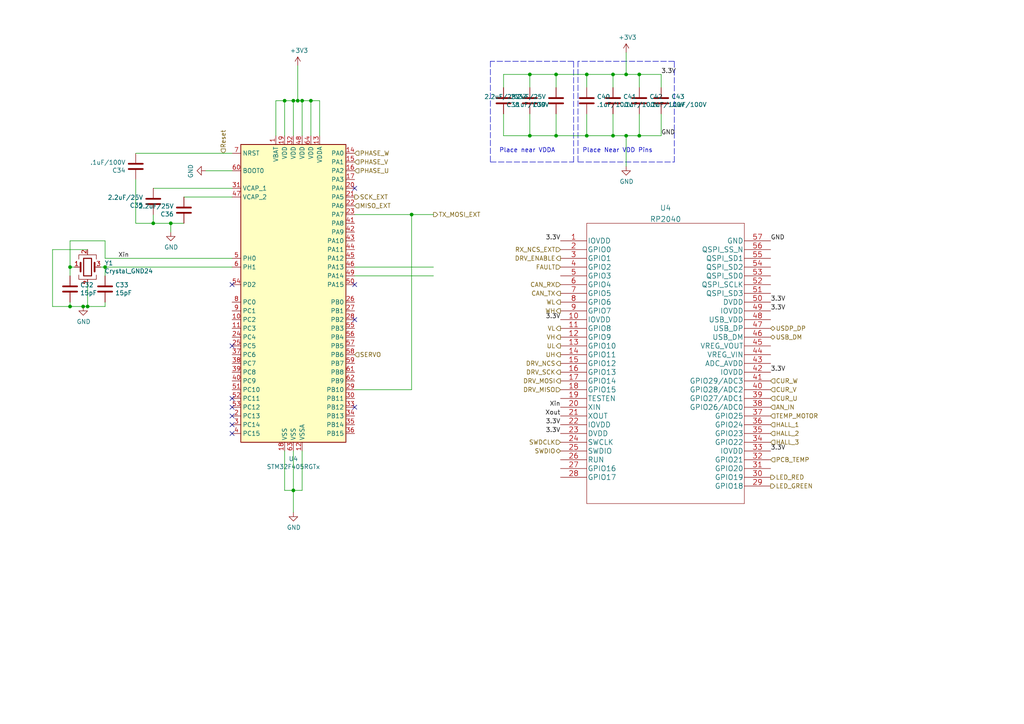
<source format=kicad_sch>
(kicad_sch (version 20211123) (generator eeschema)
  (paper "A4")
  (title_block (title "xESC BLDC Controller") (date "2021-12-01") (rev "2.0") (company "Clemens Elflein") (comment 1 "Creative Commons Attribution-NonCommercial-ShareAlike 4.0 International License.") (comment 2 "Licensed under "))
  (lib_symbols
    (symbol "Device:C" (pin_numbers hide) (pin_names (offset 0.254))
      (property "Reference" "C" (at 0.635 2.54 0))
      (property "Value" "C" (at 0.635 -2.54 0))
      (symbol "C_0_1"
        (polyline (pts (xy -2.032 -0.762) (xy 2.032 -0.762)) (stroke (width 0.508)))
        (polyline (pts (xy -2.032 0.762) (xy 2.032 0.762)) (stroke (width 0.508)))
      )
      (symbol "C_1_1"
        (pin passive line (at 0 3.81 270) (length 2.794) (name "~") (number "1"))
        (pin passive line (at 0 -3.81 90) (length 2.794) (name "~") (number "2"))
      )
    )
    (symbol "Device:Crystal_GND24" (pin_names (offset 1.016) hide)
      (property "Reference" "Y" (at 3.175 5.08 0))
      (property "Value" "Crystal_GND24" (at 3.175 3.175 0))
      (symbol "Crystal_GND24_0_1"
        (rectangle (start -1.143 2.54) (end 1.143 -2.54) (stroke (width 0.3048)))
        (polyline (pts (xy -2.54 0) (xy -2.032 0)))
        (polyline (pts (xy -2.032 -1.27) (xy -2.032 1.27)) (stroke (width 0.508)))
        (polyline (pts (xy 0 -3.81) (xy 0 -3.556)))
        (polyline (pts (xy 0 3.556) (xy 0 3.81)))
        (polyline (pts (xy 2.032 -1.27) (xy 2.032 1.27)) (stroke (width 0.508)))
        (polyline (pts (xy 2.032 0) (xy 2.54 0)))
        (polyline (pts (xy -2.54 -2.286) (xy -2.54 -3.556) (xy 2.54 -3.556) (xy 2.54 -2.286)))
        (polyline (pts (xy -2.54 2.286) (xy -2.54 3.556) (xy 2.54 3.556) (xy 2.54 2.286)))
      )
      (symbol "Crystal_GND24_1_1"
        (pin passive line (at -3.81 0 0) (length 1.27) (name "1") (number "1"))
        (pin passive line (at 0 5.08 270) (length 1.27) (name "2") (number "2"))
        (pin passive line (at 3.81 0 180) (length 1.27) (name "3") (number "3"))
        (pin passive line (at 0 -5.08 90) (length 1.27) (name "4") (number "4"))
      )
    )
    (symbol "MCU_ST_STM32F4:STM32F405RGTx"
      (property "Reference" "U" (at -15.24 44.45 0))
      (property "Value" "STM32F405RGTx" (at 10.16 44.45 0))
      (symbol "STM32F405RGTx_0_1"
        (rectangle (start -15.24 -43.18) (end 15.24 43.18) (stroke (width 0.254)) (fill (type background)))
      )
      (symbol "STM32F405RGTx_1_1"
        (pin power_in line (at -5.08 45.72 270) (length 2.54) (name "VBAT") (number "1"))
        (pin bidirectional line (at -17.78 -7.62 0) (length 2.54) (name "PC2") (number "10"))
        (pin bidirectional line (at -17.78 -10.16 0) (length 2.54) (name "PC3") (number "11"))
        (pin power_in line (at 2.54 -45.72 90) (length 2.54) (name "VSSA") (number "12"))
        (pin power_in line (at 7.62 45.72 270) (length 2.54) (name "VDDA") (number "13"))
        (pin bidirectional line (at 17.78 40.64 180) (length 2.54) (name "PA0") (number "14"))
        (pin bidirectional line (at 17.78 38.1 180) (length 2.54) (name "PA1") (number "15"))
        (pin bidirectional line (at 17.78 35.56 180) (length 2.54) (name "PA2") (number "16"))
        (pin bidirectional line (at 17.78 33.02 180) (length 2.54) (name "PA3") (number "17"))
        (pin power_in line (at -2.54 -45.72 90) (length 2.54) (name "VSS") (number "18"))
        (pin power_in line (at -2.54 45.72 270) (length 2.54) (name "VDD") (number "19"))
        (pin bidirectional line (at -17.78 -35.56 0) (length 2.54) (name "PC13") (number "2"))
        (pin bidirectional line (at 17.78 30.48 180) (length 2.54) (name "PA4") (number "20"))
        (pin bidirectional line (at 17.78 27.94 180) (length 2.54) (name "PA5") (number "21"))
        (pin bidirectional line (at 17.78 25.4 180) (length 2.54) (name "PA6") (number "22"))
        (pin bidirectional line (at 17.78 22.86 180) (length 2.54) (name "PA7") (number "23"))
        (pin bidirectional line (at -17.78 -12.7 0) (length 2.54) (name "PC4") (number "24"))
        (pin bidirectional line (at -17.78 -15.24 0) (length 2.54) (name "PC5") (number "25"))
        (pin bidirectional line (at 17.78 -2.54 180) (length 2.54) (name "PB0") (number "26"))
        (pin bidirectional line (at 17.78 -5.08 180) (length 2.54) (name "PB1") (number "27"))
        (pin bidirectional line (at 17.78 -7.62 180) (length 2.54) (name "PB2") (number "28"))
        (pin bidirectional line (at 17.78 -27.94 180) (length 2.54) (name "PB10") (number "29"))
        (pin bidirectional line (at -17.78 -38.1 0) (length 2.54) (name "PC14") (number "3"))
        (pin bidirectional line (at 17.78 -30.48 180) (length 2.54) (name "PB11") (number "30"))
        (pin power_in line (at -17.78 30.48 0) (length 2.54) (name "VCAP_1") (number "31"))
        (pin power_in line (at 0 45.72 270) (length 2.54) (name "VDD") (number "32"))
        (pin bidirectional line (at 17.78 -33.02 180) (length 2.54) (name "PB12") (number "33"))
        (pin bidirectional line (at 17.78 -35.56 180) (length 2.54) (name "PB13") (number "34"))
        (pin bidirectional line (at 17.78 -38.1 180) (length 2.54) (name "PB14") (number "35"))
        (pin bidirectional line (at 17.78 -40.64 180) (length 2.54) (name "PB15") (number "36"))
        (pin bidirectional line (at -17.78 -17.78 0) (length 2.54) (name "PC6") (number "37"))
        (pin bidirectional line (at -17.78 -20.32 0) (length 2.54) (name "PC7") (number "38"))
        (pin bidirectional line (at -17.78 -22.86 0) (length 2.54) (name "PC8") (number "39"))
        (pin bidirectional line (at -17.78 -40.64 0) (length 2.54) (name "PC15") (number "4"))
        (pin bidirectional line (at -17.78 -25.4 0) (length 2.54) (name "PC9") (number "40"))
        (pin bidirectional line (at 17.78 20.32 180) (length 2.54) (name "PA8") (number "41"))
        (pin bidirectional line (at 17.78 17.78 180) (length 2.54) (name "PA9") (number "42"))
        (pin bidirectional line (at 17.78 15.24 180) (length 2.54) (name "PA10") (number "43"))
        (pin bidirectional line (at 17.78 12.7 180) (length 2.54) (name "PA11") (number "44"))
        (pin bidirectional line (at 17.78 10.16 180) (length 2.54) (name "PA12") (number "45"))
        (pin bidirectional line (at 17.78 7.62 180) (length 2.54) (name "PA13") (number "46"))
        (pin power_in line (at -17.78 27.94 0) (length 2.54) (name "VCAP_2") (number "47"))
        (pin power_in line (at 2.54 45.72 270) (length 2.54) (name "VDD") (number "48"))
        (pin bidirectional line (at 17.78 5.08 180) (length 2.54) (name "PA14") (number "49"))
        (pin input line (at -17.78 10.16 0) (length 2.54) (name "PH0") (number "5"))
        (pin bidirectional line (at 17.78 2.54 180) (length 2.54) (name "PA15") (number "50"))
        (pin bidirectional line (at -17.78 -27.94 0) (length 2.54) (name "PC10") (number "51"))
        (pin bidirectional line (at -17.78 -30.48 0) (length 2.54) (name "PC11") (number "52"))
        (pin bidirectional line (at -17.78 -33.02 0) (length 2.54) (name "PC12") (number "53"))
        (pin bidirectional line (at -17.78 2.54 0) (length 2.54) (name "PD2") (number "54"))
        (pin bidirectional line (at 17.78 -10.16 180) (length 2.54) (name "PB3") (number "55"))
        (pin bidirectional line (at 17.78 -12.7 180) (length 2.54) (name "PB4") (number "56"))
        (pin bidirectional line (at 17.78 -15.24 180) (length 2.54) (name "PB5") (number "57"))
        (pin bidirectional line (at 17.78 -17.78 180) (length 2.54) (name "PB6") (number "58"))
        (pin bidirectional line (at 17.78 -20.32 180) (length 2.54) (name "PB7") (number "59"))
        (pin input line (at -17.78 7.62 0) (length 2.54) (name "PH1") (number "6"))
        (pin input line (at -17.78 35.56 0) (length 2.54) (name "BOOT0") (number "60"))
        (pin bidirectional line (at 17.78 -22.86 180) (length 2.54) (name "PB8") (number "61"))
        (pin bidirectional line (at 17.78 -25.4 180) (length 2.54) (name "PB9") (number "62"))
        (pin power_in line (at 0 -45.72 90) (length 2.54) (name "VSS") (number "63"))
        (pin power_in line (at 5.08 45.72 270) (length 2.54) (name "VDD") (number "64"))
        (pin input line (at -17.78 40.64 0) (length 2.54) (name "NRST") (number "7"))
        (pin bidirectional line (at -17.78 -2.54 0) (length 2.54) (name "PC0") (number "8"))
        (pin bidirectional line (at -17.78 -5.08 0) (length 2.54) (name "PC1") (number "9"))
      )
    )
    (symbol "OpenMower:RP2040" (pin_names (offset 0.254))
      (property "Reference" "U" (at 30.48 10.16 0))
      (property "Value" "RP2040" (at 30.48 7.62 0))
      (symbol "RP2040_1_1"
        (polyline (pts (xy 7.62 -76.2) (xy 53.34 -76.2)) (stroke (width 0.127)))
        (polyline (pts (xy 7.62 5.08) (xy 7.62 -76.2)) (stroke (width 0.127)))
        (polyline (pts (xy 53.34 -76.2) (xy 53.34 5.08)) (stroke (width 0.127)))
        (polyline (pts (xy 53.34 5.08) (xy 7.62 5.08)) (stroke (width 0.127)))
        (pin power_in line (at 0 0 0) (length 7.62) (name "IOVDD") (number "1"))
        (pin power_in line (at 0 -22.86 0) (length 7.62) (name "IOVDD") (number "10"))
        (pin bidirectional line (at 0 -25.4 0) (length 7.62) (name "GPIO8") (number "11"))
        (pin bidirectional line (at 0 -27.94 0) (length 7.62) (name "GPIO9") (number "12"))
        (pin bidirectional line (at 0 -30.48 0) (length 7.62) (name "GPIO10") (number "13"))
        (pin bidirectional line (at 0 -33.02 0) (length 7.62) (name "GPIO11") (number "14"))
        (pin bidirectional line (at 0 -35.56 0) (length 7.62) (name "GPIO12") (number "15"))
        (pin bidirectional line (at 0 -38.1 0) (length 7.62) (name "GPIO13") (number "16"))
        (pin bidirectional line (at 0 -40.64 0) (length 7.62) (name "GPIO14") (number "17"))
        (pin bidirectional line (at 0 -43.18 0) (length 7.62) (name "GPIO15") (number "18"))
        (pin unspecified line (at 0 -45.72 0) (length 7.62) (name "TESTEN") (number "19"))
        (pin bidirectional line (at 0 -2.54 0) (length 7.62) (name "GPIO0") (number "2"))
        (pin unspecified line (at 0 -48.26 0) (length 7.62) (name "XIN") (number "20"))
        (pin output line (at 0 -50.8 0) (length 7.62) (name "XOUT") (number "21"))
        (pin power_in line (at 0 -53.34 0) (length 7.62) (name "IOVDD") (number "22"))
        (pin power_in line (at 0 -55.88 0) (length 7.62) (name "DVDD") (number "23"))
        (pin unspecified line (at 0 -58.42 0) (length 7.62) (name "SWCLK") (number "24"))
        (pin unspecified line (at 0 -60.96 0) (length 7.62) (name "SWDIO") (number "25"))
        (pin unspecified line (at 0 -63.5 0) (length 7.62) (name "RUN") (number "26"))
        (pin bidirectional line (at 0 -66.04 0) (length 7.62) (name "GPIO16") (number "27"))
        (pin bidirectional line (at 0 -68.58 0) (length 7.62) (name "GPIO17") (number "28"))
        (pin bidirectional line (at 60.96 -71.12 180) (length 7.62) (name "GPIO18") (number "29"))
        (pin bidirectional line (at 0 -5.08 0) (length 7.62) (name "GPIO1") (number "3"))
        (pin bidirectional line (at 60.96 -68.58 180) (length 7.62) (name "GPIO19") (number "30"))
        (pin bidirectional line (at 60.96 -66.04 180) (length 7.62) (name "GPIO20") (number "31"))
        (pin bidirectional line (at 60.96 -63.5 180) (length 7.62) (name "GPIO21") (number "32"))
        (pin power_in line (at 60.96 -60.96 180) (length 7.62) (name "IOVDD") (number "33"))
        (pin bidirectional line (at 60.96 -58.42 180) (length 7.62) (name "GPIO22") (number "34"))
        (pin bidirectional line (at 60.96 -55.88 180) (length 7.62) (name "GPIO23") (number "35"))
        (pin bidirectional line (at 60.96 -53.34 180) (length 7.62) (name "GPIO24") (number "36"))
        (pin bidirectional line (at 60.96 -50.8 180) (length 7.62) (name "GPIO25") (number "37"))
        (pin bidirectional line (at 60.96 -48.26 180) (length 7.62) (name "GPIO26/ADC0") (number "38"))
        (pin bidirectional line (at 60.96 -45.72 180) (length 7.62) (name "GPIO27/ADC1") (number "39"))
        (pin bidirectional line (at 0 -7.62 0) (length 7.62) (name "GPIO2") (number "4"))
        (pin bidirectional line (at 60.96 -43.18 180) (length 7.62) (name "GPIO28/ADC2") (number "40"))
        (pin bidirectional line (at 60.96 -40.64 180) (length 7.62) (name "GPIO29/ADC3") (number "41"))
        (pin power_in line (at 60.96 -38.1 180) (length 7.62) (name "IOVDD") (number "42"))
        (pin power_in line (at 60.96 -35.56 180) (length 7.62) (name "ADC_AVDD") (number "43"))
        (pin unspecified line (at 60.96 -33.02 180) (length 7.62) (name "VREG_VIN") (number "44"))
        (pin output line (at 60.96 -30.48 180) (length 7.62) (name "VREG_VOUT") (number "45"))
        (pin unspecified line (at 60.96 -27.94 180) (length 7.62) (name "USB_DM") (number "46"))
        (pin unspecified line (at 60.96 -25.4 180) (length 7.62) (name "USB_DP") (number "47"))
        (pin power_in line (at 60.96 -22.86 180) (length 7.62) (name "USB_VDD") (number "48"))
        (pin power_in line (at 60.96 -20.32 180) (length 7.62) (name "IOVDD") (number "49"))
        (pin bidirectional line (at 0 -10.16 0) (length 7.62) (name "GPIO3") (number "5"))
        (pin power_in line (at 60.96 -17.78 180) (length 7.62) (name "DVDD") (number "50"))
        (pin bidirectional line (at 60.96 -15.24 180) (length 7.62) (name "QSPI_SD3") (number "51"))
        (pin unspecified line (at 60.96 -12.7 180) (length 7.62) (name "QSPI_SCLK") (number "52"))
        (pin bidirectional line (at 60.96 -10.16 180) (length 7.62) (name "QSPI_SD0") (number "53"))
        (pin bidirectional line (at 60.96 -7.62 180) (length 7.62) (name "QSPI_SD2") (number "54"))
        (pin bidirectional line (at 60.96 -5.08 180) (length 7.62) (name "QSPI_SD1") (number "55"))
        (pin unspecified line (at 60.96 -2.54 180) (length 7.62) (name "QSPI_SS_N") (number "56"))
        (pin power_in line (at 60.96 0 180) (length 7.62) (name "GND") (number "57"))
        (pin bidirectional line (at 0 -12.7 0) (length 7.62) (name "GPIO4") (number "6"))
        (pin bidirectional line (at 0 -15.24 0) (length 7.62) (name "GPIO5") (number "7"))
        (pin bidirectional line (at 0 -17.78 0) (length 7.62) (name "GPIO6") (number "8"))
        (pin bidirectional line (at 0 -20.32 0) (length 7.62) (name "GPIO7") (number "9"))
      )
    )
    (symbol "power:+3.3V" (power) (pin_names (offset 0))
      (property "Value" "+3.3V" (at 0 3.556 0))
      (symbol "+3.3V_0_1"
        (polyline (pts (xy -0.762 1.27) (xy 0 2.54)))
        (polyline (pts (xy 0 0) (xy 0 2.54)))
        (polyline (pts (xy 0 2.54) (xy 0.762 1.27)))
      )
      (symbol "+3.3V_1_1"
        (pin power_in line (at 0 0 90) (length 0) hide (name "+3V3") (number "1"))
      )
    )
    (symbol "power:GND" (power) (pin_names (offset 0))
      (property "Value" "GND" (at 0 -3.81 0))
      (symbol "GND_0_1"
        (polyline (pts (xy 0 0) (xy 0 -1.27) (xy 1.27 -1.27) (xy 0 -2.54) (xy -1.27 -1.27) (xy 0 -1.27)))
      )
      (symbol "GND_1_1"
        (pin power_in line (at 0 0 270) (length 0) hide (name "GND") (number "1"))
      )
    )
  )
  (junction (at 153.67 21.59))
  (junction (at 119.38 62.23))
  (junction (at 181.61 39.37))
  (junction (at 44.45 64.77))
  (junction (at 24.13 88.9))
  (junction (at 185.42 39.37))
  (junction (at 20.32 88.9))
  (junction (at 86.36 29.21))
  (junction (at 161.29 21.59))
  (junction (at 185.42 21.59))
  (junction (at 177.8 21.59))
  (junction (at 82.55 29.21))
  (junction (at 25.4 88.9))
  (junction (at 181.61 21.59))
  (junction (at 87.63 29.21))
  (junction (at 170.18 39.37))
  (junction (at 161.29 39.37))
  (junction (at 30.48 77.47))
  (junction (at 90.17 29.21))
  (junction (at 20.32 77.47))
  (junction (at 153.67 39.37))
  (junction (at 85.09 142.24))
  (junction (at 85.09 29.21))
  (junction (at 170.18 21.59))
  (junction (at 177.8 39.37))
  (junction (at 49.53 64.77))
  (no_connect (at 67.31 125.73))
  (no_connect (at 102.87 118.11))
  (no_connect (at 67.31 118.11))
  (no_connect (at 67.31 115.57))
  (no_connect (at 67.31 100.33))
  (no_connect (at 102.87 82.55))
  (no_connect (at 67.31 82.55))
  (no_connect (at 67.31 123.19))
  (no_connect (at 67.31 120.65))
  (no_connect (at 102.87 92.71))
  (no_connect (at 102.87 54.61))
  (wire (pts (xy 30.48 77.47) (xy 67.31 77.47)))
  (wire (pts (xy 170.18 39.37) (xy 177.8 39.37)))
  (wire (pts (xy 181.61 39.37) (xy 185.42 39.37)))
  (polyline (pts (xy 167.64 46.99) (xy 195.58 46.99)))
  (wire (pts (xy 153.67 21.59) (xy 161.29 21.59)))
  (wire (pts (xy 15.24 72.39) (xy 15.24 88.9)))
  (wire (pts (xy 85.09 142.24) (xy 87.63 142.24)))
  (wire (pts (xy 170.18 25.4) (xy 170.18 21.59)))
  (wire (pts (xy 30.48 69.85) (xy 20.32 69.85)))
  (wire (pts (xy 39.37 52.07) (xy 39.37 64.77)))
  (wire (pts (xy 30.48 77.47) (xy 30.48 80.01)))
  (wire (pts (xy 153.67 25.4) (xy 153.67 21.59)))
  (wire (pts (xy 185.42 25.4) (xy 185.42 21.59)))
  (wire (pts (xy 153.67 39.37) (xy 161.29 39.37)))
  (wire (pts (xy 25.4 72.39) (xy 15.24 72.39)))
  (wire (pts (xy 30.48 74.93) (xy 30.48 69.85)))
  (wire (pts (xy 44.45 64.77) (xy 49.53 64.77)))
  (wire (pts (xy 90.17 29.21) (xy 92.71 29.21)))
  (wire (pts (xy 59.69 49.53) (xy 67.31 49.53)))
  (wire (pts (xy 87.63 29.21) (xy 87.63 39.37)))
  (wire (pts (xy 80.01 39.37) (xy 80.01 29.21)))
  (wire (pts (xy 80.01 29.21) (xy 82.55 29.21)))
  (wire (pts (xy 25.4 82.55) (xy 25.4 88.9)))
  (polyline (pts (xy 195.58 17.78) (xy 167.64 17.78)))
  (wire (pts (xy 170.18 33.02) (xy 170.18 39.37)))
  (wire (pts (xy 39.37 64.77) (xy 44.45 64.77)))
  (wire (pts (xy 49.53 64.77) (xy 49.53 67.31)))
  (wire (pts (xy 90.17 39.37) (xy 90.17 29.21)))
  (wire (pts (xy 181.61 15.24) (xy 181.61 21.59)))
  (wire (pts (xy 30.48 88.9) (xy 25.4 88.9)))
  (wire (pts (xy 85.09 29.21) (xy 86.36 29.21)))
  (wire (pts (xy 67.31 74.93) (xy 30.48 74.93)))
  (wire (pts (xy 161.29 21.59) (xy 170.18 21.59)))
  (wire (pts (xy 20.32 69.85) (xy 20.32 77.47)))
  (polyline (pts (xy 142.24 17.78) (xy 142.24 46.99)))
  (wire (pts (xy 86.36 19.05) (xy 86.36 29.21)))
  (wire (pts (xy 102.87 113.03) (xy 119.38 113.03)))
  (polyline (pts (xy 167.64 17.78) (xy 167.64 46.99)))
  (wire (pts (xy 153.67 33.02) (xy 153.67 39.37)))
  (wire (pts (xy 185.42 39.37) (xy 191.77 39.37)))
  (wire (pts (xy 191.77 21.59) (xy 191.77 25.4)))
  (wire (pts (xy 85.09 142.24) (xy 85.09 148.59)))
  (wire (pts (xy 119.38 113.03) (xy 119.38 62.23)))
  (wire (pts (xy 161.29 33.02) (xy 161.29 39.37)))
  (polyline (pts (xy 166.37 17.78) (xy 142.24 17.78)))
  (wire (pts (xy 25.4 88.9) (xy 24.13 88.9)))
  (wire (pts (xy 29.21 77.47) (xy 30.48 77.47)))
  (wire (pts (xy 102.87 80.01) (xy 125.73 80.01)))
  (wire (pts (xy 119.38 62.23) (xy 102.87 62.23)))
  (wire (pts (xy 82.55 39.37) (xy 82.55 29.21)))
  (wire (pts (xy 146.05 25.4) (xy 146.05 21.59)))
  (wire (pts (xy 185.42 33.02) (xy 185.42 39.37)))
  (wire (pts (xy 85.09 39.37) (xy 85.09 29.21)))
  (wire (pts (xy 15.24 88.9) (xy 20.32 88.9)))
  (wire (pts (xy 181.61 21.59) (xy 185.42 21.59)))
  (wire (pts (xy 44.45 62.23) (xy 44.45 64.77)))
  (wire (pts (xy 49.53 64.77) (xy 53.34 64.77)))
  (wire (pts (xy 20.32 77.47) (xy 20.32 80.01)))
  (wire (pts (xy 161.29 25.4) (xy 161.29 21.59)))
  (wire (pts (xy 146.05 21.59) (xy 153.67 21.59)))
  (wire (pts (xy 177.8 39.37) (xy 177.8 33.02)))
  (wire (pts (xy 146.05 33.02) (xy 146.05 39.37)))
  (wire (pts (xy 82.55 130.81) (xy 82.55 142.24)))
  (wire (pts (xy 191.77 39.37) (xy 191.77 33.02)))
  (wire (pts (xy 85.09 130.81) (xy 85.09 142.24)))
  (wire (pts (xy 67.31 57.15) (xy 53.34 57.15)))
  (wire (pts (xy 87.63 29.21) (xy 90.17 29.21)))
  (wire (pts (xy 82.55 142.24) (xy 85.09 142.24)))
  (wire (pts (xy 30.48 87.63) (xy 30.48 88.9)))
  (wire (pts (xy 125.73 77.47) (xy 102.87 77.47)))
  (wire (pts (xy 177.8 25.4) (xy 177.8 21.59)))
  (wire (pts (xy 146.05 39.37) (xy 153.67 39.37)))
  (wire (pts (xy 21.59 77.47) (xy 20.32 77.47)))
  (wire (pts (xy 92.71 29.21) (xy 92.71 39.37)))
  (wire (pts (xy 185.42 21.59) (xy 191.77 21.59)))
  (wire (pts (xy 87.63 142.24) (xy 87.63 130.81)))
  (wire (pts (xy 170.18 21.59) (xy 177.8 21.59)))
  (wire (pts (xy 125.73 62.23) (xy 119.38 62.23)))
  (wire (pts (xy 161.29 39.37) (xy 170.18 39.37)))
  (polyline (pts (xy 166.37 46.99) (xy 166.37 17.78)))
  (wire (pts (xy 82.55 29.21) (xy 85.09 29.21)))
  (wire (pts (xy 67.31 44.45) (xy 39.37 44.45)))
  (polyline (pts (xy 142.24 46.99) (xy 166.37 46.99)))
  (wire (pts (xy 67.31 54.61) (xy 44.45 54.61)))
  (wire (pts (xy 181.61 39.37) (xy 181.61 48.26)))
  (wire (pts (xy 20.32 88.9) (xy 20.32 87.63)))
  (wire (pts (xy 177.8 21.59) (xy 181.61 21.59)))
  (wire (pts (xy 86.36 29.21) (xy 87.63 29.21)))
  (polyline (pts (xy 195.58 46.99) (xy 195.58 17.78)))
  (wire (pts (xy 24.13 88.9) (xy 20.32 88.9)))
  (wire (pts (xy 177.8 39.37) (xy 181.61 39.37)))
  (text "Place Near VDD Pins" (at 168.91 44.45 0) (effects (font (size 1.27 1.27)) (justify left bottom)))
  (text "Place near VDDA" (at 144.78 44.45 0) (effects (font (size 1.27 1.27)) (justify left bottom)))
  (label "3.3V" (at 162.56 69.85 180))
  (label "Xout" (at 162.56 120.65 180))
  (label "3.3V" (at 223.52 107.95 0))
  (label "Xin" (at 162.56 118.11 180))
  (label "GND" (at 223.52 69.85 0))
  (label "Xin" (at 34.29 74.93 0))
  (label "3.3V" (at 162.56 92.71 180))
  (label "3.3V" (at 162.56 123.19 180))
  (label "3.3V" (at 223.52 130.81 0))
  (label "GND" (at 191.77 39.37 0))
  (label "3.3V" (at 191.77 21.59 0))
  (label "3.3V" (at 223.52 90.17 0))
  (label "3.3V" (at 223.52 87.63 0))
  (label "3.3V" (at 162.56 125.73 180))
  (hierarchical_label "CAN_TX" (shape output) (at 162.56 85.09 180))
  (hierarchical_label "PHASE_W" (shape input) (at 102.87 44.45 0))
  (hierarchical_label "USDP_DP" (shape bidirectional) (at 223.52 95.25 0))
  (hierarchical_label "PHASE_V" (shape input) (at 102.87 46.99 0))
  (hierarchical_label "DRV_MISO" (shape input) (at 162.56 113.03 180))
  (hierarchical_label "DRV_ENABLE" (shape output) (at 162.56 74.93 180))
  (hierarchical_label "SERVO" (shape input) (at 102.87 102.87 0))
  (hierarchical_label "CAN_RX" (shape input) (at 162.56 82.55 180))
  (hierarchical_label "TEMP_MOTOR" (shape input) (at 223.52 120.65 0))
  (hierarchical_label "UL" (shape output) (at 162.56 100.33 180))
  (hierarchical_label "RX_NCS_EXT" (shape input) (at 162.56 72.39 180))
  (hierarchical_label "CUR_V" (shape input) (at 223.52 113.03 0))
  (hierarchical_label "VH" (shape output) (at 162.56 97.79 180))
  (hierarchical_label "SWDCLK" (shape input) (at 162.56 128.27 180))
  (hierarchical_label "WH" (shape output) (at 162.56 90.17 180))
  (hierarchical_label "AN_IN" (shape input) (at 223.52 118.11 0))
  (hierarchical_label "CUR_U" (shape input) (at 223.52 115.57 0))
  (hierarchical_label "PCB_TEMP" (shape input) (at 223.52 133.35 0))
  (hierarchical_label "DRV_NCS" (shape output) (at 162.56 105.41 180))
  (hierarchical_label "FAULT" (shape input) (at 162.56 77.47 180))
  (hierarchical_label "DRV_SCK" (shape output) (at 162.56 107.95 180))
  (hierarchical_label "HALL_1" (shape input) (at 223.52 123.19 0))
  (hierarchical_label "SCK_EXT" (shape output) (at 102.87 57.15 0))
  (hierarchical_label "USB_DM" (shape bidirectional) (at 223.52 97.79 0))
  (hierarchical_label "TX_MOSI_EXT" (shape output) (at 125.73 62.23 0))
  (hierarchical_label "DRV_MOSI" (shape output) (at 162.56 110.49 180))
  (hierarchical_label "Reset" (shape input) (at 64.77 44.45 90))
  (hierarchical_label "SWDIO" (shape bidirectional) (at 162.56 130.81 180))
  (hierarchical_label "CUR_W" (shape input) (at 223.52 110.49 0))
  (hierarchical_label "MISO_EXT" (shape input) (at 102.87 59.69 0))
  (hierarchical_label "UH" (shape output) (at 162.56 102.87 180))
  (hierarchical_label "WL" (shape output) (at 162.56 87.63 180))
  (hierarchical_label "LED_RED" (shape output) (at 223.52 138.43 0))
  (hierarchical_label "HALL_2" (shape input) (at 223.52 125.73 0))
  (hierarchical_label "VL" (shape output) (at 162.56 95.25 180))
  (hierarchical_label "LED_GREEN" (shape output) (at 223.52 140.97 0))
  (hierarchical_label "HALL_3" (shape input) (at 223.52 128.27 0))
  (hierarchical_label "PHASE_U" (shape input) (at 102.87 49.53 0))
  (symbol (lib_id "Device:C") (at 53.34 60.96 180) (unit 1)
    (property "Reference" "C36" (at 50.419 62.1284 0) (effects (justify left)))
    (property "Value" "2.2uF/25V" (at 50.419 59.817 0) (effects (justify left)))
    (property "Footprint" "Capacitor_SMD:C_0805_2012Metric" (effects hide))
    (property "Digikey" "490-14467-1-ND" (effects hide))
    (property "Part Number" "GRM21BR71E225KE11L" (effects hide))
    (property "Stock_PN" "C-805-2.2uF-25V-" (effects hide))
  )
  (symbol (lib_id "Device:C") (at 170.18 29.21 0) (unit 1)
    (property "Reference" "C40" (at 173.101 28.0416 0) (effects (justify left)))
    (property "Value" ".1uF/100V" (at 173.101 30.353 0) (effects (justify left)))
    (property "Footprint" "Capacitor_SMD:C_0603_1608Metric" (effects hide))
    (property "Digikey" "490-1331-1-ND" (effects hide))
    (property "Part Number" "CL10B104KC8NNNC" (effects hide))
    (property "Stock_PN" "C-603-.1uF-100V-X7R" (effects hide))
  )
  (symbol (lib_id "Device:C") (at 177.8 29.21 0) (unit 1)
    (property "Reference" "C41" (at 180.721 28.0416 0) (effects (justify left)))
    (property "Value" ".1uF/100V" (at 180.721 30.353 0) (effects (justify left)))
    (property "Footprint" "Capacitor_SMD:C_0603_1608Metric" (effects hide))
    (property "Digikey" "490-1331-1-ND" (effects hide))
    (property "Part Number" "CL10B104KC8NNNC" (effects hide))
    (property "Stock_PN" "C-603-.1uF-100V-X7R" (effects hide))
  )
  (symbol (lib_id "Device:C") (at 185.42 29.21 0) (unit 1)
    (property "Reference" "C42" (at 188.341 28.0416 0) (effects (justify left)))
    (property "Value" ".1uF/100V" (at 188.341 30.353 0) (effects (justify left)))
    (property "Footprint" "Capacitor_SMD:C_0603_1608Metric" (effects hide))
    (property "Digikey" "490-1331-1-ND" (effects hide))
    (property "Part Number" "CL10B104KC8NNNC" (effects hide))
    (property "Stock_PN" "C-603-.1uF-100V-X7R" (effects hide))
  )
  (symbol (lib_id "Device:C") (at 191.77 29.21 0) (unit 1)
    (property "Reference" "C43" (at 194.691 28.0416 0) (effects (justify left)))
    (property "Value" ".1uF/100V" (at 194.691 30.353 0) (effects (justify left)))
    (property "Footprint" "Capacitor_SMD:C_0603_1608Metric" (effects hide))
    (property "Digikey" "490-1331-1-ND" (effects hide))
    (property "Part Number" "CL10B104KC8NNNC" (effects hide))
    (property "Stock_PN" "C-603-.1uF-100V-X7R" (effects hide))
  )
  (symbol (lib_id "power:+3.3V") (at 181.61 15.24 0) (unit 1)
    (property "Reference" "#PWR0128" (effects hide))
    (property "Value" "+3.3V" (at 181.991 10.8458 0))
  )
  (symbol (lib_id "power:GND") (at 181.61 48.26 0) (unit 1)
    (property "Reference" "#PWR0129" (effects hide))
    (property "Value" "GND" (at 181.737 52.6542 0))
  )
  (symbol (lib_id "Device:C") (at 44.45 58.42 180) (unit 1)
    (property "Reference" "C35" (at 41.529 59.5884 0) (effects (justify left)))
    (property "Value" "2.2uF/25V" (at 41.529 57.277 0) (effects (justify left)))
    (property "Footprint" "Capacitor_SMD:C_0805_2012Metric" (effects hide))
    (property "Digikey" "490-14467-1-ND" (effects hide))
    (property "Part Number" "GRM21BR71E225KE11L" (effects hide))
    (property "Stock_PN" "C-805-2.2uF-25V-" (effects hide))
  )
  (symbol (lib_id "power:GND") (at 49.53 67.31 0) (unit 1)
    (property "Reference" "#PWR0130" (effects hide))
    (property "Value" "GND" (at 49.657 71.7042 0))
  )
  (symbol (lib_id "Device:C") (at 161.29 29.21 180) (unit 1)
    (property "Reference" "C39" (at 158.369 30.3784 0) (effects (justify left)))
    (property "Value" "2.2uF/25V" (at 158.369 28.067 0) (effects (justify left)))
    (property "Footprint" "Capacitor_SMD:C_0805_2012Metric" (effects hide))
    (property "Digikey" "490-14467-1-ND" (effects hide))
    (property "Part Number" "GRM21BR71E225KE11L" (effects hide))
    (property "Stock_PN" "C-805-2.2uF-25V-" (effects hide))
  )
  (symbol (lib_id "Device:C") (at 153.67 29.21 180) (unit 1)
    (property "Reference" "C38" (at 150.749 30.3784 0) (effects (justify left)))
    (property "Value" "2.2uF/25V" (at 150.749 28.067 0) (effects (justify left)))
    (property "Footprint" "Capacitor_SMD:C_0805_2012Metric" (effects hide))
    (property "Digikey" "490-14467-1-ND" (effects hide))
    (property "Part Number" "GRM21BR71E225KE11L" (effects hide))
    (property "Stock_PN" "C-805-2.2uF-25V-" (effects hide))
  )
  (symbol (lib_id "Device:C") (at 146.05 29.21 0) (unit 1)
    (property "Reference" "C37" (at 148.971 28.0416 0) (effects (justify left)))
    (property "Value" ".1uF/100V" (at 148.971 30.353 0) (effects (justify left)))
    (property "Footprint" "Capacitor_SMD:C_0603_1608Metric" (effects hide))
    (property "Digikey" "490-1331-1-ND" (effects hide))
    (property "Part Number" "CL10B104KC8NNNC" (effects hide))
    (property "Stock_PN" "C-603-.1uF-100V-X7R" (effects hide))
  )
  (symbol (lib_id "Device:C") (at 39.37 48.26 180) (unit 1)
    (property "Reference" "C34" (at 36.449 49.4284 0) (effects (justify left)))
    (property "Value" ".1uF/100V" (at 36.449 47.117 0) (effects (justify left)))
    (property "Footprint" "Capacitor_SMD:C_0603_1608Metric" (effects hide))
    (property "Digikey" "490-1331-1-ND" (effects hide))
    (property "Part Number" "CL10B104KC8NNNC" (effects hide))
    (property "Stock_PN" "C-603-.1uF-100V-X7R" (effects hide))
  )
  (symbol (lib_id "Device:C") (at 20.32 83.82 0) (unit 1)
    (property "Reference" "C32" (at 23.241 82.6516 0) (effects (justify left)))
    (property "Value" "15pF" (at 23.241 84.963 0) (effects (justify left)))
    (property "Footprint" "Capacitor_SMD:C_0603_1608Metric" (effects hide))
    (property "Digikey" "490-1331-1-ND" (effects hide))
    (property "Part Number" "GRM1885C2A150JA01D" (effects hide))
    (property "Stock_PN" "C-603-15pF-100V-COG" (effects hide))
  )
  (symbol (lib_id "Device:C") (at 30.48 83.82 0) (unit 1)
    (property "Reference" "C33" (at 33.401 82.6516 0) (effects (justify left)))
    (property "Value" "15pF" (at 33.401 84.963 0) (effects (justify left)))
    (property "Footprint" "Capacitor_SMD:C_0603_1608Metric" (effects hide))
    (property "Digikey" "490-1331-1-ND" (effects hide))
    (property "Part Number" "GRM1885C2A150JA01D" (effects hide))
    (property "Stock_PN" "C-603-15pF-100V-COG" (effects hide))
  )
  (symbol (lib_id "power:GND") (at 24.13 88.9 0) (unit 1)
    (property "Reference" "#PWR0131" (effects hide))
    (property "Value" "GND" (at 24.257 93.2942 0))
  )
  (symbol (lib_id "power:GND") (at 85.09 148.59 0) (unit 1)
    (property "Reference" "#PWR0123" (effects hide))
    (property "Value" "GND" (at 85.217 152.9842 0))
  )
  (symbol (lib_id "power:+3.3V") (at 86.36 19.05 0) (unit 1)
    (property "Reference" "#PWR0124" (effects hide))
    (property "Value" "+3.3V" (at 86.741 14.6558 0))
  )
  (symbol (lib_id "power:GND") (at 59.69 49.53 270) (unit 1)
    (property "Reference" "#PWR0132" (effects hide))
    (property "Value" "GND" (at 55.2958 49.657 0))
  )
  (symbol (lib_id "MCU_ST_STM32F4:STM32F405RGTx") (at 85.09 85.09 0) (unit 1)
    (property "Reference" "U4" (at 85.09 133.0706 0))
    (property "Value" "STM32F405RGTx" (at 85.09 135.382 0))
    (property "Footprint" "Package_QFP:LQFP-64_10x10mm_P0.5mm" (effects hide))
    (property "Datasheet" "http://www.st.com/st-web-ui/static/active/en/resource/technical/document/datasheet/DM00037051.pdf" (effects hide))
    (property "Part Number" "STM32F405RGTx" (effects hide))
    (property "LCSC" "C15742 " (effects hide))
    (property "Stock_PN" "U-STM32F405RGTx" (effects hide))
  )
  (symbol (lib_id "Device:Crystal_GND24") (at 25.4 77.47 0) (unit 1)
    (property "Reference" "Y1" (at 30.3276 76.3016 0) (effects (justify left)))
    (property "Value" "Crystal_GND24" (at 30.3276 78.613 0) (effects (justify left)))
    (property "Footprint" "Crystal:Crystal_SMD_3225-4Pin_3.2x2.5mm" (effects hide))
    (property "Digikey" "50-ECS-80-12-33-JGN-CT-ND" (effects hide))
    (property "Part Number" "ECS-80-12-33-JGN-TR" (effects hide))
    (property "Stock_PN" "Y-4-SMD-8MhHz" (effects hide))
  )
  (symbol (lib_id "OpenMower:RP2040") (at 162.56 69.85 0) (unit 1)
    (property "Reference" "U4" (at 193.04 60.3026 0) (effects (font (size 1.524 1.524))))
    (property "Value" "RP2040" (at 193.04 63.5816 0) (effects (font (size 1.524 1.524))))
    (property "Footprint" "IC57_RP2040" (effects hide))
  )
)
</source>
